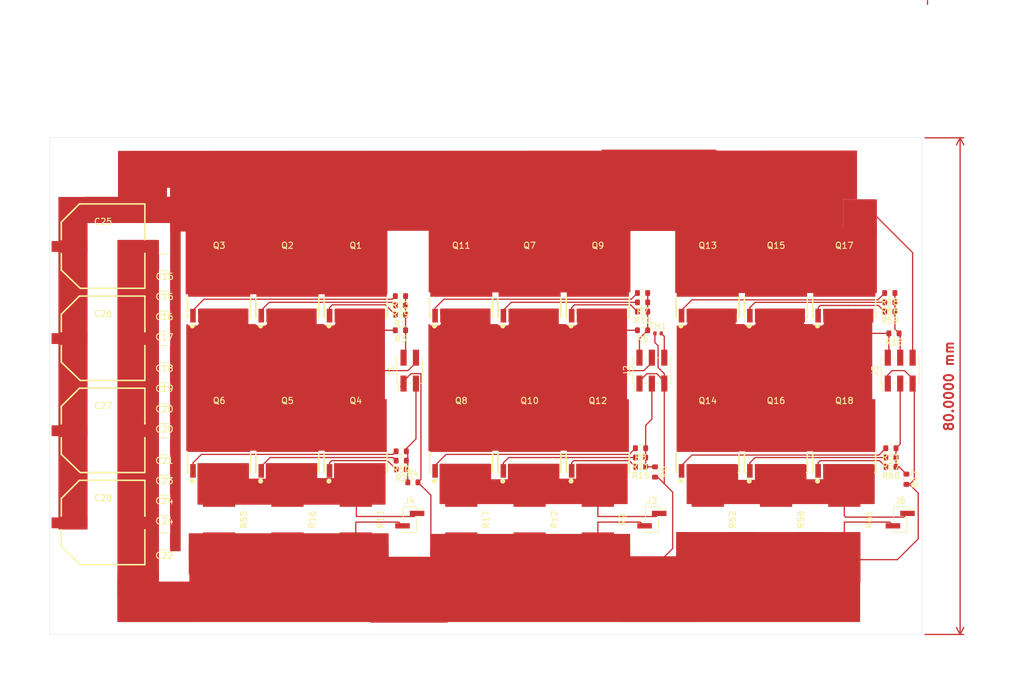
<source format=kicad_pcb>
(kicad_pcb (version 20240108) (generator "pcbnew") (generator_version "8.0")
  (layers (0 "F.Cu" signal) (1 "In1.Cu" signal) (2 "In2.Cu" signal) (31 "B.Cu" signal) (34 "B.Paste" user) (35 "F.Paste" user) (36 "B.SilkS" user "B.Silkscreen") (37 "F.SilkS" user "F.Silkscreen") (38 "B.Mask" user) (39 "F.Mask" user) (44 "Edge.Cuts" user))
  (net 0 "")
  (net 1 "GND")
  (net 4 "Net-(J1-Pin_3)")
  (net 5 "Net-(J1-Pin_2)")
  (net 6 "Net-(J2-Pin_3)")
  (net 7 "Net-(J2-Pin_2)")
  (net 8 "Net-(J4-Pin_1)")
  (net 9 "Net-(J6-Pin_2)")
  (net 10 "+BATT")
  (net 11 "Net-(Q2-G)")
  (net 12 "Net-(Q3-G)")
  (net 13 "Net-(Q4-G)")
  (net 14 "Net-(Q5-G)")
  (net 15 "Net-(Q6-G)")
  (net 16 "Net-(Q7-G)")
  (net 17 "Net-(Q8-G)")
  (net 18 "Net-(Q9-G)")
  (net 19 "Net-(Q10-G)")
  (net 20 "Net-(Q11-G)")
  (net 21 "Net-(Q12-G)")
  (net 22 "Net-(Q13-G)")
  (net 23 "Net-(Q14-G)")
  (net 24 "Net-(Q15-G)")
  (net 25 "Net-(Q16-G)")
  (net 26 "Net-(Q17-G)")
  (net 27 "Net-(Q18-G)")
  (net 28 "Phase_A")
  (net 29 "Phase_B")
  (net 30 "Net-(J3-Pin_1)")
  (net 31 "Phase_C")
  (net 32 "Net-(Q1-G)")
  (net 33 "Net-(J5-Pin_4)")
  (net 34 "Net-(J5-Pin_3)")
  (net 35 "Net-(Q4-S-Pad2)")
  (net 36 "Net-(Q10-S-Pad2)")
  (net 37 "Net-(Q14-S-Pad2)")
  (net 38 "Net-(J2-Pin_6)")
  (footprint "MountingHole:MountingHole_3.2mm_M3_ISO7380" (layer "F.Cu") (at 187.5 147)
    (property "Reference" "REF**" (hide yes))
    (property "Value" "MountingHole_3.2mm_M3_ISO7380")
  )
  (footprint "Resistor_SMD:R_0603_1608Metric" (layer "F.Cu") (at 147.5 97 180)
    (property "Reference" "R14" (hide yes))
    (property "Value" "4R7")
  )
  (footprint "Resistor_SMD:R_0603_1608Metric" (layer "F.Cu") (at 147.175 123.5 180)
    (property "Reference" "R11")
    (property "Value" "4R7")
  )
  (footprint "Capacitor_SMD:C_1210_3225Metric" (layer "F.Cu") (at 70.475 137 180)
    (property "Reference" "C22")
    (property "Value" "470nF")
  )
  (footprint "lcsc:TOLL-8_L10.4-W9.9-P1.20-LS11.7-BL" (layer "F.Cu") (at 158 97)
    (property "Reference" "Q13")
    (property "Value" "TOLL")
  )
  (footprint "lcsc:R3920" (layer "F.Cu") (at 140.3 133.5 -90)
    (property "Reference" "R9")
    (property "Value" "0.5mR")
  )
  (footprint "Resistor_SMD:R_0603_1608Metric" (layer "F.Cu") (at 147.175 122 180)
    (property "Reference" "R8")
    (property "Value" "4R7")
  )
  (footprint "Resistor_SMD:R_0603_1608Metric" (layer "F.Cu") (at 110.5 127.5)
    (property "Reference" "R4")
    (property "Value" "10k")
  )
  (footprint "Resistor_SMD:R_0603_1608Metric" (layer "F.Cu") (at 187.325 98.5 180)
    (property "Reference" "R56")
    (property "Value" "4R7")
  )
  (footprint "Capacitor_SMD:C_1210_3225Metric" (layer "F.Cu") (at 70.475 128.2 180)
    (property "Reference" "C24")
    (property "Value" "470nF")
  )
  (footprint "Connector_PinHeader_2.00mm:PinHeader_2x03_P2.00mm_Vertical_SMD" (layer "F.Cu") (at 149 109.5 90)
    (property "Reference" "J2")
    (property "Value" "gates_B")
  )
  (footprint "lcsc:TOLL-8_L10.4-W9.9-P1.20-LS11.7-BL" (layer "F.Cu") (at 140.3 97)
    (property "Reference" "Q9")
    (property "Value" "TOLL")
  )
  (footprint "lcsc:TOLL-8_L10.4-W9.9-P1.20-LS11.7-BL" (layer "F.Cu") (at 90.3 122)
    (property "Reference" "Q5")
    (property "Value" "TOLL")
  )
  (footprint "Resistor_SMD:R_0603_1608Metric" (layer "F.Cu") (at 108.5 97.5 180)
    (property "Reference" "R53")
    (property "Value" "4R7")
  )
  (footprint "lcsc:R3920" (layer "F.Cu") (at 79.28 133.5 -90)
    (property "Reference" "R55")
    (property "Value" "0.5mR")
  )
  (footprint "Resistor_SMD:R_0603_1608Metric" (layer "F.Cu") (at 147.5 98.5 180)
    (property "Reference" "R7")
    (property "Value" "4R7")
  )
  (footprint "lcsc:TOLL-8_L10.4-W9.9-P1.20-LS11.7-BL" (layer "F.Cu") (at 180 122)
    (property "Reference" "Q18")
    (property "Value" "TOLL")
  )
  (footprint "lcsc:TOLL-8_L10.4-W9.9-P1.20-LS11.7-BL" (layer "F.Cu") (at 140.3 122)
    (property "Reference" "Q12")
    (property "Value" "TOLL")
  )
  (footprint "Capacitor_SMD:C_1210_3225Metric" (layer "F.Cu") (at 70.525 92.05 180)
    (property "Reference" "C15")
    (property "Value" "470nF")
  )
  (footprint "Resistor_SMD:R_0603_1608Metric" (layer "F.Cu") (at 149.5 125.825 -90)
    (property "Reference" "R6")
    (property "Value" "10k")
  )
  (footprint "Capacitor_SMD:C_1210_3225Metric" (layer "F.Cu") (at 70.475 113.4 180)
    (property "Reference" "C20")
    (property "Value" "470nF")
  )
  (footprint "Resistor_SMD:R_0402_1005Metric" (layer "F.Cu") (at 150 103.5)
    (property "Reference" "TH1")
    (property "Value" "10k NTC")
  )
  (footprint "Capacitor_SMD:C_1210_3225Metric" (layer "F.Cu") (at 70.475 101.8 180)
    (property "Reference" "C17")
    (property "Value" "470nF")
  )
  (footprint "lcsc:R3920" (layer "F.Cu") (at 90.3 133.5 -90)
    (property "Reference" "R16")
    (property "Value" "0.5mR")
  )
  (footprint "lcsc:CAP-SMD_BD12.5-L13.5-W13.5-FD-1" (layer "F.Cu") (at 60.6 104.34)
    (property "Reference" "C26")
    (property "Value" "330uF")
  )
  (footprint "lcsc:TOLL-8_L10.4-W9.9-P1.20-LS11.7-BL" (layer "F.Cu") (at 79.3 122)
    (property "Reference" "Q6")
    (property "Value" "TOLL")
  )
  (footprint "Connector_PinHeader_2.00mm:PinHeader_1x02_P2.00mm_Vertical_SMD_Pin1Right" (layer "F.Cu") (at 110 133.5)
    (property "Reference" "J4")
    (property "Value" "SH1")
  )
  (footprint "MountingHole:MountingHole_3.2mm_M3_ISO7380" (layer "F.Cu") (at 57 77)
    (property "Reference" "REF**" (hide yes))
    (property "Value" "MountingHole_3.2mm_M3_ISO7380")
  )
  (footprint "Connector_PinHeader_2.00mm:PinHeader_2x03_P2.00mm_Vertical_SMD" (layer "F.Cu") (at 189 109.5 90)
    (property "Reference" "J5")
    (property "Value" "gates_C")
  )
  (footprint "lcsc:TOLL-8_L10.4-W9.9-P1.20-LS11.7-BL" (layer "F.Cu") (at 118.3 97)
    (property "Reference" "Q11")
    (property "Value" "TOLL")
  )
  (footprint "Capacitor_SMD:C_1210_3225Metric" (layer "F.Cu") (at 70.475 98.55 180)
    (property "Reference" "C16")
    (property "Value" "470nF")
  )
  (footprint "Resistor_SMD:R_0603_1608Metric" (layer "F.Cu") (at 108.5 99 180)
    (property "Reference" "R49")
    (property "Value" "4R7")
  )
  (footprint "lcsc:TOLL-8_L10.4-W9.9-P1.20-LS11.7-BL" (layer "F.Cu") (at 101.3 122)
    (property "Reference" "Q4")
    (property "Value" "TOLL")
  )
  (footprint "lcsc:TOLL-8_L10.4-W9.9-P1.20-LS11.7-BL" (layer "F.Cu") (at 101.3 97)
    (property "Reference" "Q1")
    (property "Value" "TOLL")
  )
  (footprint "Resistor_SMD:R_0603_1608Metric" (layer "F.Cu") (at 147.5 103 180)
    (property "Reference" "R5")
    (property "Value" "10k")
  )
  (footprint "lcsc:R3920" (layer "F.Cu") (at 118.3 133.5 -90)
    (property "Reference" "R17")
    (property "Value" "0.5mR")
  )
  (footprint "Resistor_SMD:R_0603_1608Metric" (layer "F.Cu") (at 147.175 125 180)
    (property "Reference" "R15")
    (property "Value" "4R7")
  )
  (footprint "Capacitor_SMD:C_1210_3225Metric" (layer "F.Cu") (at 70.475 131.45 180)
    (property "Reference" "C24")
    (property "Value" "470nF")
  )
  (footprint "Capacitor_SMD:C_1210_3225Metric" (layer "F.Cu") (at 70.5 95.3 180)
    (property "Reference" "C15")
    (property "Value" "470nF")
  )
  (footprint "lcsc:R3920" (layer "F.Cu") (at 129.3 133.5 -90)
    (property "Reference" "R12")
    (property "Value" "0.5mR")
  )
  (footprint "lcsc:TOLL-8_L10.4-W9.9-P1.20-LS11.7-BL" (layer "F.Cu") (at 129.3 97)
    (property "Reference" "Q7")
    (property "Value" "TOLL")
  )
  (footprint "Capacitor_SMD:C_1210_3225Metric" (layer "F.Cu") (at 70.475 124.95 180)
    (property "Reference" "C23")
    (property "Value" "470nF")
  )
  (footprint "Capacitor_SMD:C_1210_3225Metric" (layer "F.Cu") (at 70.475 110.1 180)
    (property "Reference" "C19")
    (property "Value" "470nF")
  )
  (footprint "Resistor_SMD:R_0603_1608Metric" (layer "F.Cu") (at 188 103.5 180)
    (property "Reference" "R18")
    (property "Value" "10k")
  )
  (footprint "Resistor_SMD:R_0603_1608Metric" (layer "F.Cu") (at 108.5 100.5 180)
    (property "Reference" "R1")
    (property "Value" "4R7")
  )
  (footprint "lcsc:R3920" (layer "F.Cu") (at 169 133.5 -90)
    (property "Reference" "R58")
    (property "Value" "0.5mR")
  )
  (footprint "Capacitor_SMD:C_1210_3225Metric" (layer "F.Cu") (at 70.475 106.85 180)
    (property "Reference" "C18")
    (property "Value" "470nF")
  )
  (footprint "lcsc:CAP-SMD_BD12.5-L13.5-W13.5-FD-1" (layer "F.Cu") (at 60.6 119.18)
    (property "Reference" "C27")
    (property "Value" "330uF")
  )
  (footprint "Resistor_SMD:R_0603_1608Metric" (layer "F.Cu") (at 108.5 103 180)
    (property "Reference" "R3")
    (property "Value" "10k")
  )
  (footprint "lcsc:R3920" (layer "F.Cu") (at 158 133.5 -90)
    (property "Reference" "R52")
    (property "Value" "0.5mR")
  )
  (footprint "lcsc:R3920" (layer "F.Cu") (at 180 133.5 -90)
    (property "Reference" "R61")
    (property "Value" "0.5mR")
  )
  (footprint "Capacitor_SMD:C_1210_3225Metric" (layer "F.Cu") (at 70.475 121.7 180)
    (property "Reference" "C21")
    (property "Value" "470nF")
  )
  (footprint "lcsc:CAP-SMD_BD12.5-L13.5-W13.5-FD-1" (layer "F.Cu") (at 60.6 89.5)
    (property "Reference" "C25")
    (property "Value" "330uF")
  )
  (footprint "Resistor_SMD:R_0603_1608Metric" (layer "F.Cu") (at 108.625 124 180)
    (property "Reference" "R50")
    (property "Value" "4R7")
  )
  (footprint "Resistor_SMD:R_0603_1608Metric" (layer "F.Cu") (at 108.625 122.5 180)
    (property "Reference" "R54")
    (property "Value" "4R7")
  )
  (footprint "lcsc:TOLL-8_L10.4-W9.9-P1.20-LS11.7-BL" (layer "F.Cu") (at 129.3 122)
    (property "Reference" "Q10")
    (property "Value" "TOLL")
  )
  (footprint "Resistor_SMD:R_0603_1608Metric" (layer "F.Cu") (at 187.5 125 180)
    (property "Reference" "R60")
    (property "Value" "4R7")
  )
  (footprint "Connector_PinHeader_2.00mm:PinHeader_1x02_P2.00mm_Vertical_SMD_Pin1Right" (layer "F.Cu") (at 149 133.5)
    (property "Reference" "J3")
    (property "Value" "SH2")
  )
  (footprint "Resistor_SMD:R_0603_1608Metric" (layer "F.Cu") (at 187.325 97 180)
    (property "Reference" "R48")
    (property "Value" "4R7")
  )
  (footprint "Resistor_SMD:R_0603_1608Metric" (layer "F.Cu") (at 187.5 122 180)
    (property "Reference" "R51")
    (property "Value" "4R7")
  )
  (footprint "lcsc:TOLL-8_L10.4-W9.9-P1.20-LS11.7-BL" (layer "F.Cu") (at 169 97)
    (property "Reference" "Q15")
    (property "Value" "TOLL")
  )
  (footprint "lcsc:TOLL-8_L10.4-W9.9-P1.20-LS11.7-BL" (layer "F.Cu") (at 169 122)
    (property "Reference" "Q16")
    (property "Value" "TOLL")
  )
  (footprint "lcsc:TOLL-8_L10.4-W9.9-P1.20-LS11.7-BL" (layer "F.Cu") (at 90.3 97)
    (property "Reference" "Q2")
    (property "Value" "TOLL")
  )
  (footprint "Resistor_SMD:R_0603_1608Metric" (layer "F.Cu") (at 190 127 -90)
    (property "Reference" "R47")
    (property "Value" "10k")
  )
  (footprint "Resistor_SMD:R_0603_1608Metric" (layer "F.Cu") (at 187.5 123.5 180)
    (property "Reference" "R57")
    (property "Value" "4R7")
  )
  (footprint "Resistor_SMD:R_0603_1608Metric" (layer "F.Cu") (at 147.5 100 180)
    (property "Reference" "R10")
    (property "Value" "4R7")
  )
  (footprint "lcsc:TOLL-8_L10.4-W9.9-P1.20-LS11.7-BL" (layer "F.Cu") (at 180 97)
    (property "Reference" "Q17")
    (property "Value" "TOLL")
  )
  (footprint "lcsc:TOLL-8_L10.4-W9.9-P1.20-LS11.7-BL" (layer "F.Cu") (at 158 122)
    (property "Reference" "Q14")
    (property "Value" "TOLL")
  )
  (footprint "lcsc:TOLL-8_L10.4-W9.9-P1.20-LS11.7-BL" (layer "F.Cu") (at 118.3 122)
    (property "Reference" "Q8")
    (property "Value" "TOLL")
  )
  (footprint "lcsc:TOLL-8_L10.4-W9.9-P1.20-LS11.7-BL" (layer "F.Cu") (at 79.3 97)
    (property "Reference" "Q3")
    (property "Value" "TOLL")
  )
  (footprint "Connector_PinHeader_2.00mm:PinHeader_1x02_P2.00mm_Vertical_SMD_Pin1Right" (layer "F.Cu") (at 189 133.5)
    (property "Reference" "J6")
    (property "Value" "SH3")
  )
  (footprint "Capacitor_SMD:C_1210_3225Metric" (layer "F.Cu") (at 70.475 116.65 180)
    (property "Reference" "C20")
    (property "Value" "470nF")
  )
  (footprint "Resistor_SMD:R_0603_1608Metric" (layer "F.Cu") (at 187.325 100 180)
    (property "Reference" "R59")
    (property "Value" "4R7")
  )
  (footprint "lcsc:CAP-SMD_BD12.5-L13.5-W13.5-FD-1" (layer "F.Cu") (at 60.6 134.02)
    (property "Reference" "C28")
    (property "Value" "330uF")
  )
  (footprint "Resistor_SMD:R_0603_1608Metric" (layer "F.Cu") (at 108.625 125.4 180)
    (property "Reference" "R2")
    (property "Value" "4R7")
  )
  (footprint "MountingHole:MountingHole_3.2mm_M3_ISO7380" (layer "F.Cu") (at 187.5 77)
    (property "Reference" "REF**" (hide yes))
    (property "Value" "MountingHole_3.2mm_M3_ISO7380")
  )
  (footprint "Connector_PinHeader_2.00mm:PinHeader_2x02_P2.00mm_Vertical_SMD" (layer "F.Cu") (at 110 109.5 90)
    (property "Reference" "J1")
    (property "Value" "gates_A")
  )
  (footprint "MountingHole:MountingHole_3.2mm_M3_ISO7380" (layer "F.Cu") (at 57 147)
    (property "Reference" "REF**" (hide yes))
    (property "Value" "MountingHole_3.2mm_M3_ISO7380")
  )
  (footprint "lcsc:R3920" (layer "F.Cu") (at 101.3 133.5 -90)
    (property "Reference" "R13")
    (property "Value" "0.5mR")
  )
  (gr_rect (start 141 74) (end 159.3 86.9) (stroke (width 0.2)) (fill solid) (layer "F.Cu") (net 10))
  (gr_rect (start 74 86.8) (end 106.3 97.1) (stroke (width 0.2)) (fill solid) (layer "F.Cu") (net 10))
  (gr_rect (start 63 142) (end 69.5 145.6) (stroke (width 0.2)) (fill solid) (layer "F.Cu") (net 1))
  (gr_rect (start 68 75) (end 80.3 79.95) (stroke (width 0.2)) (fill solid) (layer "F.Cu") (net 10))
  (gr_rect (start 71.5 80) (end 73 138.5) (stroke (width 0.2)) (fill solid) (layer "F.Cu"))
  (gr_rect (start 63 143.6) (end 75.15 149.9) (stroke (width 0.2)) (fill solid) (layer "F.Cu") (net 1))
  (gr_rect (start 74.5 137.55) (end 106.5 142.25) (stroke (width 0.2)) (fill solid) (layer "F.Cu") (net 1))
  (gr_rect (start 113.15 86.5) (end 145.45 96.8) (stroke (width 0.2)) (fill solid) (layer "F.Cu") (net 10))
  (gr_poly (pts (xy 154.7 124.7) (xy 162.8 124.7) (xy 162.8 127.2) (xy 165.7 127.2) (xy 165.7 124.7) (xy 173.8 124.7) (xy 173.8 127.1) (xy 176.7 127.1) (xy 176.7 124.7) (xy 184.8 124.7) (xy 184.8 130.9) (xy 154.7 130.9)) (stroke (width 0.2)) (fill solid) (layer "F.Cu") (net 37))
  (gr_rect (start 153 135.6) (end 182.5 140) (stroke (width 0.2)) (fill solid) (layer "F.Cu") (net 1))
  (gr_rect (start 74.5 135.8) (end 106.5 139.9) (stroke (width 0.2)) (fill solid) (layer "F.Cu") (net 1))
  (gr_rect (start 144 139.5) (end 156.3 149.9) (stroke (width 0.2)) (fill solid) (layer "F.Cu") (net 1))
  (gr_poly (pts (xy 114.9 124.6) (xy 123 124.6) (xy 123 127.1) (xy 125.9 127.1) (xy 125.9 124.6) (xy 134 124.6) (xy 134 127) (xy 136.9 127) (xy 136.9 124.6) (xy 145 124.6) (xy 145 130.9) (xy 114.9 130.9)) (stroke (width 0.2)) (fill solid) (layer "F.Cu") (net 36))
  (gr_rect (start 113.4 137.75) (end 145.4 142.45) (stroke (width 0.2)) (fill solid) (layer "F.Cu") (net 1))
  (gr_rect (start 153 138.9) (end 182.5 143.6) (stroke (width 0.2)) (fill solid) (layer "F.Cu") (net 1))
  (gr_rect (start 57.9 81.6) (end 71.55 85.625) (stroke (width 0.2)) (fill solid) (layer "F.Cu") (net 10))
  (gr_rect (start 113.4 135.9) (end 145.4 140.1) (stroke (width 0.2)) (fill solid) (layer "F.Cu") (net 1))
  (gr_rect (start 53.5 81.622985) (end 58 135) (stroke (width 0.2)) (fill solid) (layer "F.Cu") (net 10))
  (gr_rect (start 152.85 86.6) (end 185.15 96.9) (stroke (width 0.2)) (fill solid) (layer "F.Cu") (net 10))
  (gr_rect (start 103.7 139.6) (end 116 150) (stroke (width 0.2)) (fill solid) (layer "F.Cu") (net 1))
  (gr_rect (start 71.5 79.1) (end 73 81) (stroke (width 0.2)) (fill solid) (layer "F.Cu") (net 10))
  (gr_poly (pts (xy 75.9 124.5) (xy 84 124.5) (xy 84 127) (xy 86.9 127) (xy 86.9 124.5) (xy 95 124.5) (xy 95 126.9) (xy 97.9 126.9) (xy 97.9 124.5) (xy 106 124.5) (xy 106 131) (xy 75.9 131)) (stroke (width 0.2)) (fill solid) (layer "F.Cu") (net 35))
  (gr_rect (start 63 88.55) (end 69.5 143.5) (stroke (width 0.2)) (fill solid) (layer "F.Cu") (net 1))
  (gr_rect (start 71.5 78.7) (end 83.8 87) (stroke (width 0.2)) (fill solid) (layer "F.Cu") (net 10))
  (gr_rect (start 52 72) (end 192.5 152) (stroke (width 0.05)) (fill none) (layer "Edge.Cuts"))
  (dimension (type aligned) (layer "F.Cu") (pts (xy 192.5 152) (xy 192.5 72)) (height 6.15) (gr_text "80.0000 mm" (at 196.85 112 90) (layer "F.Cu") (effects (font (size 1.5 1.5) (thickness 0.3)))) (format (prefix "") (suffix "") (units 3) (units_format 1) (precision 4)) (style (thickness 0.2) (arrow_length 1.27) (text_position_mode 0) (extension_height 0.58642) (extension_offset 0.5) keep_text_aligned))
  (segment (start 193.4 49.9) (end 193.4 50.5) (width 0.2) (layer "F.Cu") (net 0))
  (segment (start 147 111.585) (end 147 111.195) (width 0.2) (layer "F.Cu") (net 1))
  (segment (start 187 110.205) (end 187.705 109.5) (width 0.2) (layer "F.Cu") (net 1))
  (segment (start 189.705 109.5) (end 191 110.795) (width 0.2) (layer "F.Cu") (net 1))
  (segment (start 169.05 139.95) (end 167.75 141.25) (width 0.2) (layer "F.Cu") (net 1))
  (segment (start 191.275 111.86) (end 191.275 127.05) (width 0.2) (layer "F.Cu") (net 1))
  (segment (start 111.8 127.025) (end 111.325 127.5) (width 0.2) (layer "F.Cu") (net 1))
  (segment (start 151 111.585) (end 151 127.725) (width 0.2) (layer "F.Cu") (net 1))
  (segment (start 149.49 104.99) (end 150 105.5) (width 0.2) (layer "F.Cu") (net 1))
  (segment (start 113.4 129.575) (end 113.4 140.1) (width 0.2) (layer "F.Cu") (net 1))
  (segment (start 191 110.795) (end 191 111.585) (width 0.2) (layer "F.Cu") (net 1))
  (segment (start 151 111.195) (end 151 111.585) (width 0.2) (layer "F.Cu") (net 1))
  (segment (start 111.325 127.5) (end 113.4 129.575) (width 0.2) (layer "F.Cu") (net 1))
  (segment (start 152.35 129.075) (end 152.35 138.15) (width 0.2) (layer "F.Cu") (net 1))
  (segment (start 149.5 126.65) (end 149.925 126.65) (width 0.2) (layer "F.Cu") (net 1))
  (segment (start 109 111.585) (end 108.525 112.06) (width 0.2) (layer "F.Cu") (net 1))
  (segment (start 147 111.195) (end 148.2 109.995) (width 0.2) (layer "F.Cu") (net 1))
  (segment (start 149.8 109.995) (end 151 111.195) (width 0.2) (layer "F.Cu") (net 1))
  (segment (start 151 127.725) (end 152.35 129.075) (width 0.2) (layer "F.Cu") (net 1))
  (segment (start 111.8 109.995) (end 111.8 127.025) (width 0.2) (layer "F.Cu") (net 1))
  (segment (start 109 111.585) (end 109 111.195) (width 0.2) (layer "F.Cu") (net 1))
  (segment (start 187.705 109.5) (end 189.705 109.5) (width 0.2) (layer "F.Cu") (net 1))
  (segment (start 149.49 103.5) (end 149.49 104.99) (width 0.2) (layer "F.Cu") (net 1))
  (segment (start 190.5 127.825) (end 191.9 129.225) (width 0.2) (layer "F.Cu") (net 1))
  (segment (start 191.9 129.225) (end 191.9 136.6) (width 0.2) (layer "F.Cu") (net 1))
  (segment (start 188.55 139.95) (end 169.05 139.95) (width 0.2) (layer "F.Cu") (net 1))
  (segment (start 191 111.585) (end 191.275 111.86) (width 0.2) (layer "F.Cu") (net 1))
  (segment (start 149.925 126.65) (end 151 127.725) (width 0.2) (layer "F.Cu") (net 1))
  (segment (start 150 109) (end 151 110) (width 0.2) (layer "F.Cu") (net 1))
  (segment (start 191.275 127.05) (end 190.5 127.825) (width 0.2) (layer "F.Cu") (net 1))
  (segment (start 187 111.585) (end 187 110.205) (width 0.2) (layer "F.Cu") (net 1))
  (segment (start 150 105.5) (end 150 109) (width 0.2) (layer "F.Cu") (net 1))
  (segment (start 151 110) (end 151 111.585) (width 0.2) (layer "F.Cu") (net 1))
  (segment (start 191.9 136.6) (end 188.55 139.95) (width 0.2) (layer "F.Cu") (net 1))
  (segment (start 152.35 138.15) (end 151 139.5) (width 0.2) (layer "F.Cu") (net 1))
  (segment (start 110.2 109.995) (end 111.8 109.995) (width 0.2) (layer "F.Cu") (net 1))
  (segment (start 148.2 109.995) (end 149.8 109.995) (width 0.2) (layer "F.Cu") (net 1))
  (segment (start 109 111.195) (end 110.2 109.995) (width 0.2) (layer "F.Cu") (net 1))
  (segment (start 113.4 140.1) (end 111.5 142) (width 0.2) (layer "F.Cu") (net 1))
  (segment (start 109.525 127.35) (end 109.675 127.5) (width 0.2) (layer "F.Cu") (net 4))
  (segment (start 109.675 127.5) (end 109.675 122.725) (width 0.2) (layer "F.Cu") (net 4))
  (segment (start 109.675 122.725) (end 109.45 122.5) (width 0.2) (layer "F.Cu") (net 4))
  (segment (start 109.45 122.5) (end 109.45 122.05) (width 0.2) (layer "F.Cu") (net 4))
  (segment (start 111 120.5) (end 111 111.585) (width 0.2) (layer "F.Cu") (net 4))
  (segment (start 109.45 122.05) (end 111 120.5) (width 0.2) (layer "F.Cu") (net 4))
  (segment (start 109.325 97.5) (end 109.325 107.09) (width 0.2) (layer "F.Cu") (net 5))
  (segment (start 109.325 107.09) (end 109 107.415) (width 0.2) (layer "F.Cu") (net 5))
  (segment (start 148 118.325) (end 148 125) (width 0.2) (layer "F.Cu") (net 6))
  (segment (start 149 111.585) (end 149 117.325) (width 0.2) (layer "F.Cu") (net 6))
  (segment (start 148 125) (end 148 125.175) (width 0.2) (layer "F.Cu") (net 6))
  (segment (start 149.5 125) (end 148 125) (width 0.2) (layer "F.Cu") (net 6))
  (segment (start 149 117.325) (end 148 118.325) (width 0.2) (layer "F.Cu") (net 6))
  (segment (start 148 125.175) (end 147.975 125.2) (width 0.2) (layer "F.Cu") (net 6))
  (segment (start 148.325 103) (end 147 104.325) (width 0.2) (layer "F.Cu") (net 7))
  (segment (start 148.325 103) (end 148.325 97) (width 0.2) (layer "F.Cu") (net 7))
  (segment (start 147 104.325) (end 147 107.415) (width 0.2) (layer "F.Cu") (net 7))
  (segment (start 101.3 134) (end 101.3 137.31) (width 0.2) (layer "F.Cu") (net 8))
  (segment (start 101.4 133.9) (end 108.2 133.9) (width 0.2) (layer "F.Cu") (net 8))
  (segment (start 101.4 133.9) (end 101.3 134) (width 0.2) (layer "F.Cu") (net 8))
  (segment (start 108.2 133.9) (end 108.85 134.55) (width 0.2) (layer "F.Cu") (net 8))
  (segment (start 187.8 134.4) (end 187.85 134.4) (width 0.2) (layer "F.Cu") (net 9))
  (segment (start 187.85 134.4) (end 187.95 134.5) (width 0.2) (layer "F.Cu") (net 9))
  (segment (start 180 133.9) (end 180 137.31) (width 0.2) (layer "F.Cu") (net 9))
  (segment (start 187.3 133.9) (end 187.8 134.4) (width 0.2) (layer "F.Cu") (net 9))
  (segment (start 180 133.9) (end 187.3 133.9) (width 0.2) (layer "F.Cu") (net 9))
  (segment (start 78.3 95.86) (end 78.3 96.2) (width 0.2) (layer "F.Cu") (net 10))
  (segment (start 191 107.415) (end 191 90.5) (width 0.2) (layer "F.Cu") (net 10))
  (segment (start 191 90.5) (end 184.35 83.85) (width 0.2) (layer "F.Cu") (net 10))
  (segment (start 184.35 83.85) (end 181.15 83.85) (width 0.2) (layer "F.Cu") (net 10))
  (segment (start 78.14 96.36) (end 78 96.36) (width 0.2) (layer "F.Cu") (net 10))
  (segment (start 107.175 98.5) (end 87.35 98.5) (width 0.2) (layer "F.Cu") (net 11))
  (segment (start 107.675 99) (end 107.175 98.5) (width 0.2) (layer "F.Cu") (net 11))
  (segment (start 87.35 98.5) (end 86.08 99.77) (width 0.2) (layer "F.Cu") (net 11))
  (segment (start 86.08 99.77) (end 86.08 100.65) (width 0.2) (layer "F.Cu") (net 11))
  (segment (start 107.675 97.5) (end 107.175 98) (width 0.2) (layer "F.Cu") (net 12))
  (segment (start 75.08 99.77) (end 75.08 100.65) (width 0.2) (layer "F.Cu") (net 12))
  (segment (start 107.175 98) (end 76.85 98) (width 0.2) (layer "F.Cu") (net 12))
  (segment (start 76.85 98) (end 75.08 99.77) (width 0.2) (layer "F.Cu") (net 12))
  (segment (start 107.8 125.4) (end 106.4 124) (width 0.2) (layer "F.Cu") (net 13))
  (segment (start 97.43 124) (end 97.08 124.35) (width 0.2) (layer "F.Cu") (net 13))
  (segment (start 97.08 124.35) (end 97.08 125.65) (width 0.2) (layer "F.Cu") (net 13))
  (segment (start 106.4 124) (end 97.43 124) (width 0.2) (layer "F.Cu") (net 13))
  (segment (start 107.8 124) (end 107.3 123.5) (width 0.2) (layer "F.Cu") (net 14))
  (segment (start 87.5 123.5) (end 86.08 124.92) (width 0.2) (layer "F.Cu") (net 14))
  (segment (start 107.3 123.5) (end 87.5 123.5) (width 0.2) (layer "F.Cu") (net 14))
  (segment (start 86.08 124.92) (end 86.08 125.65) (width 0.2) (layer "F.Cu") (net 14))
  (segment (start 75.08 124.35) (end 76.43 123) (width 0.2) (layer "F.Cu") (net 15))
  (segment (start 75.08 125.65) (end 75.08 124.35) (width 0.2) (layer "F.Cu") (net 15))
  (segment (start 107.3 123) (end 107.8 122.5) (width 0.2) (layer "F.Cu") (net 15))
  (segment (start 76.43 123) (end 107.3 123) (width 0.2) (layer "F.Cu") (net 15))
  (segment (start 125.08 99.77) (end 126.35 98.5) (width 0.2) (layer "F.Cu") (net 16))
  (segment (start 126.35 98.5) (end 146.675 98.5) (width 0.2) (layer "F.Cu") (net 16))
  (segment (start 125.08 100.65) (end 125.08 99.77) (width 0.2) (layer "F.Cu") (net 16))
  (segment (start 145.35 123) (end 115.85 123) (width 0.2) (layer "F.Cu") (net 17))
  (segment (start 115.85 123) (end 114.08 124.77) (width 0.2) (layer "F.Cu") (net 17))
  (segment (start 146.35 122) (end 145.35 123) (width 0.2) (layer "F.Cu") (net 17))
  (segment (start 114.08 124.77) (end 114.08 125.65) (width 0.2) (layer "F.Cu") (net 17))
  (segment (start 136.53 98.9) (end 136.08 99.35) (width 0.2) (layer "F.Cu") (net 18))
  (segment (start 146.675 100) (end 145.575 98.9) (width 0.2) (layer "F.Cu") (net 18))
  (segment (start 136.08 99.35) (end 136.08 100.65) (width 0.2) (layer "F.Cu") (net 18))
  (segment (start 145.575 98.9) (end 136.53 98.9) (width 0.2) (layer "F.Cu") (net 18))
  (segment (start 125.08 125.65) (end 125.08 124.35) (width 0.2) (layer "F.Cu") (net 19))
  (segment (start 125.93 123.5) (end 146.35 123.5) (width 0.2) (layer "F.Cu") (net 19))
  (segment (start 125.08 124.35) (end 125.93 123.5) (width 0.2) (layer "F.Cu") (net 19))
  (segment (start 115.5 98) (end 114.08 99.42) (width 0.2) (layer "F.Cu") (net 20))
  (segment (start 146.675 97) (end 145.675 98) (width 0.2) (layer "F.Cu") (net 20))
  (segment (start 114.08 99.42) (end 114.08 100.65) (width 0.2) (layer "F.Cu") (net 20))
  (segment (start 145.675 98) (end 115.5 98) (width 0.2) (layer "F.Cu") (net 20))
  (segment (start 136.08 124.35) (end 136.08 125.65) (width 0.2) (layer "F.Cu") (net 21))
  (segment (start 146.35 125) (end 145.35 124) (width 0.2) (layer "F.Cu") (net 21))
  (segment (start 136.43 124) (end 136.08 124.35) (width 0.2) (layer "F.Cu") (net 21))
  (segment (start 145.35 124) (end 136.43 124) (width 0.2) (layer "F.Cu") (net 21))
  (segment (start 153.78 100.65) (end 153.78 99.77) (width 0.2) (layer "F.Cu") (net 22))
  (segment (start 155.45 98.1) (end 185.4 98.1) (width 0.2) (layer "F.Cu") (net 22))
  (segment (start 153.78 99.77) (end 155.45 98.1) (width 0.2) (layer "F.Cu") (net 22))
  (segment (start 185.4 98.1) (end 186.5 97) (width 0.2) (layer "F.Cu") (net 22))
  (segment (start 186.675 122) (end 185.575 123.1) (width 0.2) (layer "F.Cu") (net 23))
  (segment (start 155.45 123.1) (end 153.78 124.77) (width 0.2) (layer "F.Cu") (net 23))
  (segment (start 185.575 123.1) (end 155.45 123.1) (width 0.2) (layer "F.Cu") (net 23))
  (segment (start 153.78 124.77) (end 153.78 125.65) (width 0.2) (layer "F.Cu") (net 23))
  (segment (start 186.5 98.5) (end 165.63 98.5) (width 0.2) (layer "F.Cu") (net 24))
  (segment (start 164.78 99.35) (end 164.78 100.65) (width 0.2) (layer "F.Cu") (net 24))
  (segment (start 165.63 98.5) (end 164.78 99.35) (width 0.2) (layer "F.Cu") (net 24))
  (segment (start 165.63 123.5) (end 186.675 123.5) (width 0.2) (layer "F.Cu") (net 25))
  (segment (start 164.78 125.65) (end 164.78 124.35) (width 0.2) (layer "F.Cu") (net 25))
  (segment (start 164.78 124.35) (end 165.63 123.5) (width 0.2) (layer "F.Cu") (net 25))
  (segment (start 186.5 100) (end 185.5 99) (width 0.2) (layer "F.Cu") (net 26))
  (segment (start 185.5 99) (end 176.13 99) (width 0.2) (layer "F.Cu") (net 26))
  (segment (start 175.78 99.35) (end 175.78 100.65) (width 0.2) (layer "F.Cu") (net 26))
  (segment (start 176.13 99) (end 175.78 99.35) (width 0.2) (layer "F.Cu") (net 26))
  (segment (start 176.13 124) (end 175.78 124.35) (width 0.2) (layer "F.Cu") (net 27))
  (segment (start 186.675 125) (end 185.675 124) (width 0.2) (layer "F.Cu") (net 27))
  (segment (start 175.78 124.35) (end 175.78 125.65) (width 0.2) (layer "F.Cu") (net 27))
  (segment (start 185.675 124) (end 176.13 124) (width 0.2) (layer "F.Cu") (net 27))
  (segment (start 109.705 109.5) (end 104.5 109.5) (width 0.2) (layer "F.Cu") (net 28))
  (segment (start 111 107.415) (end 111 108.205) (width 0.2) (layer "F.Cu") (net 28))
  (segment (start 83.95 116.65) (end 83.95 115.8) (width 0.2) (layer "F.Cu") (net 28))
  (segment (start 107.675 103) (end 103.5 103) (width 0.2) (layer "F.Cu") (net 28))
  (segment (start 111 108.205) (end 109.705 109.5) (width 0.2) (layer "F.Cu") (net 28))
  (segment (start 146.675 103) (end 142 103) (width 0.2) (layer "F.Cu") (net 29))
  (segment (start 149 108.205) (end 147.705 109.5) (width 0.2) (layer "F.Cu") (net 29))
  (segment (start 149 107.415) (end 149 108.205) (width 0.2) (layer "F.Cu") (net 29))
  (segment (start 143 109.5) (end 142.5 109.5) (width 0.2) (layer "F.Cu") (net 29))
  (segment (start 147.705 109.5) (end 143 109.5) (width 0.2) (layer "F.Cu") (net 29))
  (segment (start 147.112586 133.9) (end 140.3 133.9) (width 0.2) (layer "F.Cu") (net 30))
  (segment (start 147.983655 134.562185) (end 147.774771 134.562185) (width 0.2) (layer "F.Cu") (net 30))
  (segment (start 147.774771 134.562185) (end 147.112586 133.9) (width 0.2) (layer "F.Cu") (net 30))
  (segment (start 140.3 133.9) (end 140.3 137.31) (width 0.2) (layer "F.Cu") (net 30))
  (segment (start 184.22 100.65) (end 184.325 100.65) (width 0.2) (layer "F.Cu") (net 31))
  (segment (start 187.175 103.5) (end 187.175 107.24) (width 0.2) (layer "F.Cu") (net 31))
  (segment (start 187.175 107.24) (end 187 107.415) (width 0.2) (layer "F.Cu") (net 31))
  (segment (start 187.175 107.325) (end 187 107.5) (width 0.2) (layer "F.Cu") (net 31))
  (segment (start 187.175 103.5) (end 183.5 103.5) (width 0.2) (layer "F.Cu") (net 31))
  (segment (start 97.08 99.35) (end 97.08 100.65) (width 0.2) (layer "F.Cu") (net 32))
  (segment (start 97.53 98.9) (end 97.08 99.35) (width 0.2) (layer "F.Cu") (net 32))
  (segment (start 106.075 98.9) (end 97.53 98.9) (width 0.2) (layer "F.Cu") (net 32))
  (segment (start 107.675 100.5) (end 106.075 98.9) (width 0.2) (layer "F.Cu") (net 32))
  (segment (start 188.825 103.5) (end 188.825 103.825) (width 0.2) (layer "F.Cu") (net 33))
  (segment (start 188.825 107.325) (end 189 107.5) (width 0.2) (layer "F.Cu") (net 33))
  (segment (start 188.15 97) (end 188.15 102.825) (width 0.2) (layer "F.Cu") (net 33))
  (segment (start 188.15 102.825) (end 188.825 103.5) (width 0.2) (layer "F.Cu") (net 33))
  (segment (start 188.825 103.825) (end 189 104) (width 0.2) (layer "F.Cu") (net 33))
  (segment (start 189 104) (end 189 107.415) (width 0.2) (layer "F.Cu") (net 33))
  (segment (start 188.325 125) (end 188.825 125) (width 0.2) (layer "F.Cu") (net 34))
  (segment (start 188.825 125) (end 190 126.175) (width 0.2) (layer "F.Cu") (net 34))
  (segment (start 189 121.325) (end 188.325 122) (width 0.2) (layer "F.Cu") (net 34))
  (segment (start 189 111.585) (end 189 121.325) (width 0.2) (layer "F.Cu") (net 34))
  (segment (start 188.325 122) (end 188.325 125) (width 0.2) (layer "F.Cu") (net 34))
  (segment (start 101.4 129.79) (end 101.3 129.69) (width 0.2) (layer "F.Cu") (net 35))
  (segment (start 111.175 132.5) (end 110.675 133) (width 0.2) (layer "F.Cu") (net 35))
  (segment (start 101.4 133) (end 101.4 129.79) (width 0.2) (layer "F.Cu") (net 35))
  (segment (start 110.675 133) (end 101.4 133) (width 0.2) (layer "F.Cu") (net 35))
  (segment (start 149.675 133) (end 150.175 132.5) (width 0.2) (layer "F.Cu") (net 36))
  (segment (start 140.3 133) (end 149.675 133) (width 0.2) (layer "F.Cu") (net 36))
  (segment (start 140.3 133) (end 140.3 129.69) (width 0.2) (layer "F.Cu") (net 36))
  (segment (start 129.4 128.3) (end 129.95 127.75) (width 0.2) (layer "F.Cu") (net 36))
  (segment (start 180 132.9) (end 180 129.69) (width 0.2) (layer "F.Cu") (net 37))
  (segment (start 180.2 133.1) (end 180 132.9) (width 0.2) (layer "F.Cu") (net 37))
  (segment (start 189.575 133.1) (end 190.175 132.5) (width 0.2) (layer "F.Cu") (net 37))
  (segment (start 180.2 133.1) (end 189.575 133.1) (width 0.2) (layer "F.Cu") (net 37))
  (segment (start 151 107.415) (end 151 103.99) (width 0.2) (layer "F.Cu") (net 38))
  (segment (start 151 103.99) (end 150.51 103.5) (width 0.2) (layer "F.Cu") (net 38))
  (zone (net 10) (net_name "+BATT") (layer "F.Cu") (priority 3) (connect_pads yes (clearance 0.5)) (min_thickness 0.25) (fill yes (thermal_gap 0.5) (thermal_bridge_width 0.5))
    (polygon (pts (xy 71.9 81.6) (xy 57.9 81.6) (xy 57.9 85.7) (xy 71.9 85.7)))
  )
  (zone (net 1) (net_name "GND") (layer "F.Cu") (priority 4) (connect_pads yes (clearance 0.5)) (min_thickness 0.25) (fill yes (thermal_gap 0.5) (thermal_bridge_width 0.5))
    (polygon (pts (xy 62.95 88.45) (xy 69.45 88.45) (xy 69.5 143.5) (xy 63 143.5)))
  )
  (zone (net 1) (net_name "GND") (layer "F.Cu") (priority 1) (connect_pads yes (clearance 0.5)) (min_thickness 0.25) (fill yes (thermal_gap 0.5) (thermal_bridge_width 0.5))
    (polygon (pts (xy 62.9 143.5) (xy 62.9 150) (xy 182.55 150) (xy 182.55 139.5) (xy 74.5 139.5) (xy 74.5 143.5)))
  )
  (zone (net 10) (net_name "+BATT") (layer "F.Cu") (connect_pads (clearance 0.5)) (min_thickness 0.25) (fill yes (thermal_gap 0.5) (thermal_bridge_width 0.5))
    (polygon (pts (xy 71.5 87) (xy 182.05 86.95) (xy 182.05 74.05) (xy 63 74.1) (xy 63 81.55) (xy 71.5 81.55)))
  )
  (zone (net 31) (net_name "Phase_C") (layer "F.Cu") (priority 6) (connect_pads yes (clearance 0.5)) (min_thickness 0.25) (fill yes (thermal_gap 0.5) (thermal_bridge_width 0.5))
    (polygon (pts (xy 184.5 122.5) (xy 184.5 99.5) (xy 176.5 99.5) (xy 176.5 102) (xy 173.5 102) (xy 173.5 99.5) (xy 165.5 99.5) (xy 165.5 102) (xy 162.5 102) (xy 162.5 99.5) (xy 154.5 99.5) (xy 154.5 102) (xy 153 102) (xy 153 122.5)))
  )
  (zone (net 1) (net_name "GND") (layer "F.Cu") (priority 2) (connect_pads yes (clearance 0.5)) (min_thickness 0.25) (fill yes (thermal_gap 0.5) (thermal_bridge_width 0.5))
    (polygon (pts (xy 153 139.5) (xy 153 135.5) (xy 182.55 135.5) (xy 182.55 139.5)))
  )
  (zone (net 29) (net_name "Phase_B") (layer "F.Cu") (priority 6) (connect_pads yes (clearance 0.5)) (min_thickness 0.25) (fill yes (thermal_gap 0.5) (thermal_bridge_width 0.5))
    (polygon (pts (xy 145 122.5) (xy 145 99.5) (xy 137 99.5) (xy 137 102) (xy 134 102) (xy 134 99.5) (xy 126 99.5) (xy 126 102) (xy 123 102) (xy 123 99.5) (xy 115 99.5) (xy 115 102) (xy 113 102) (xy 113 122.5)))
  )
  (zone (net 10) (net_name "+BATT") (layer "F.Cu") (priority 3) (connect_pads yes (clearance 0.5)) (min_thickness 0.25) (fill yes (thermal_gap 0.5) (thermal_bridge_width 0.5))
    (polygon (pts (xy 58 135) (xy 58.05 82.45) (xy 53.55 82.45) (xy 53.5 135)))
  )
  (zone (net 10) (net_name "+BATT") (layer "F.Cu") (priority 7) (connect_pads (clearance 0)) (min_thickness 0.25) (fill yes (thermal_gap 0.5) (thermal_bridge_width 0.5))
    (polygon (pts (xy 179.8 81.9) (xy 185.25 81.9) (xy 185.25 87.65) (xy 179.8 87.65)))
  )
  (zone (net 28) (net_name "Phase_A") (layer "F.Cu") (priority 6) (connect_pads yes (clearance 0.5)) (min_thickness 0.25) (fill yes (thermal_gap 0.5) (thermal_bridge_width 0.5))
    (polygon (pts (xy 106 122.5) (xy 106 99.5) (xy 98 99.5) (xy 98 102) (xy 95 102) (xy 95 99.5) (xy 87 99.5) (xy 87 102) (xy 84 102) (xy 84 99.5) (xy 76 99.5) (xy 76 102) (xy 74 102) (xy 74 122.5)))
  )
)
</source>
